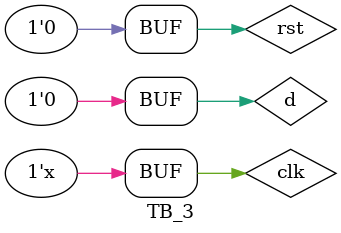
<source format=v>
module ShiftLeftRegister(d,q,clk,rst);
input d,clk,rst;
output q;
reg [3:0]r_reg;
wire [3:0]r_next;
always @(posedge clk or posedge rst) begin
if(rst)
r_reg=0;
else
r_reg<=r_next;
end

assign r_next={r_reg[2:0],d};
assign q=r_reg[3];


endmodule

/***************************************************************/
module TB_3();


reg clk,d,rst;
wire q;
ShiftLeftRegister obj(d,q,clk,rst);

always begin
clk=~clk; #5;
end

initial begin 
clk=0; rst=1; d=0;

#10 rst=0;
#10 d=1;
#10 d=0;
#10 d=1;
#10 d=0;

end

endmodule




/***************************************************************/
</source>
